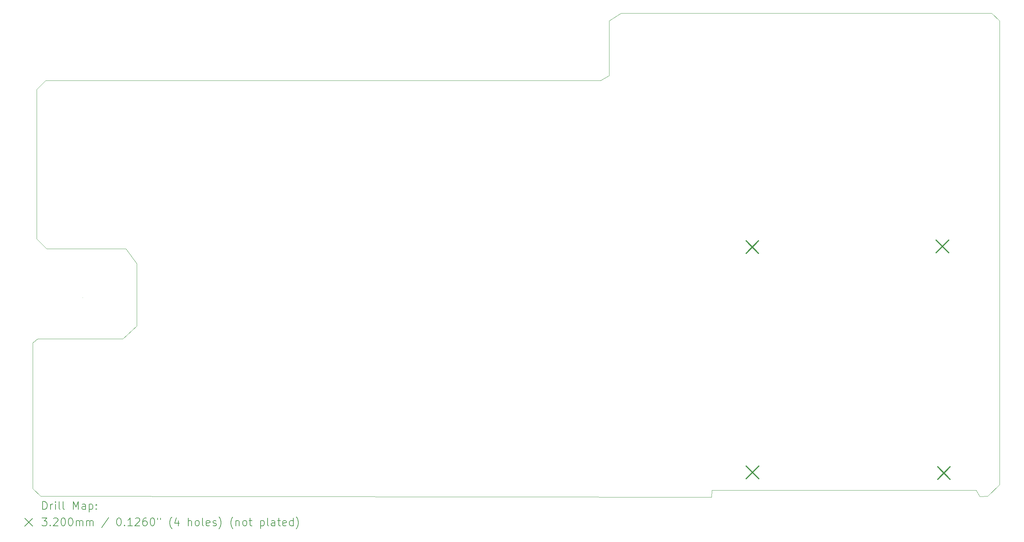
<source format=gbr>
%TF.GenerationSoftware,KiCad,Pcbnew,7.0.6*%
%TF.CreationDate,2023-11-08T16:42:53+01:00*%
%TF.ProjectId,mb.2024.0.2,6d622e32-3032-4342-9e30-2e322e6b6963,rev?*%
%TF.SameCoordinates,Original*%
%TF.FileFunction,Drillmap*%
%TF.FilePolarity,Positive*%
%FSLAX45Y45*%
G04 Gerber Fmt 4.5, Leading zero omitted, Abs format (unit mm)*
G04 Created by KiCad (PCBNEW 7.0.6) date 2023-11-08 16:42:53*
%MOMM*%
%LPD*%
G01*
G04 APERTURE LIST*
%ADD10C,0.100000*%
%ADD11C,0.200000*%
%ADD12C,0.320000*%
G04 APERTURE END LIST*
D10*
X16500000Y-3100000D02*
X16200000Y-3300000D01*
X3733800Y-11455400D02*
X1549400Y-11455400D01*
X16200000Y-3300000D02*
X16200000Y-4699000D01*
X1752600Y-4826000D02*
X1524000Y-5054600D01*
X25698000Y-15502000D02*
X25900000Y-15500000D01*
X1524000Y-8890000D02*
X1778000Y-9144000D01*
X15975000Y-4826000D02*
X1752600Y-4826000D01*
X26000000Y-3100000D02*
X16500000Y-3100000D01*
X2700000Y-10400000D02*
X2700000Y-10400000D01*
X26200000Y-15200000D02*
X26200000Y-3300000D01*
X3810000Y-9144000D02*
X4089400Y-9525000D01*
X1778000Y-9144000D02*
X3810000Y-9144000D01*
X1549400Y-11455400D02*
X1424000Y-11557000D01*
X16200000Y-4699000D02*
X15975000Y-4826000D01*
X1424000Y-15300000D02*
X1624000Y-15500000D01*
X1424000Y-11557000D02*
X1424000Y-15300000D01*
X25900000Y-15500000D02*
X26200000Y-15200000D01*
X4089400Y-11125200D02*
X4089400Y-9525000D01*
X18827000Y-15340000D02*
X18821400Y-15519400D01*
X1524000Y-5054600D02*
X1524000Y-8890000D01*
X25603200Y-15341600D02*
X25698000Y-15502000D01*
X4089400Y-11125200D02*
X3733800Y-11455400D01*
X1624000Y-15500000D02*
X18821400Y-15519400D01*
X18827000Y-15340000D02*
X25603200Y-15341600D01*
X26000000Y-3100000D02*
X26200000Y-3300000D01*
D11*
D12*
X19707000Y-8943000D02*
X20027000Y-9263000D01*
X20027000Y-8943000D02*
X19707000Y-9263000D01*
X19714000Y-14729000D02*
X20034000Y-15049000D01*
X20034000Y-14729000D02*
X19714000Y-15049000D01*
X24582000Y-8930000D02*
X24902000Y-9250000D01*
X24902000Y-8930000D02*
X24582000Y-9250000D01*
X24618000Y-14746000D02*
X24938000Y-15066000D01*
X24938000Y-14746000D02*
X24618000Y-15066000D01*
D11*
X1679777Y-15835884D02*
X1679777Y-15635884D01*
X1679777Y-15635884D02*
X1727396Y-15635884D01*
X1727396Y-15635884D02*
X1755967Y-15645408D01*
X1755967Y-15645408D02*
X1775015Y-15664455D01*
X1775015Y-15664455D02*
X1784539Y-15683503D01*
X1784539Y-15683503D02*
X1794062Y-15721598D01*
X1794062Y-15721598D02*
X1794062Y-15750169D01*
X1794062Y-15750169D02*
X1784539Y-15788265D01*
X1784539Y-15788265D02*
X1775015Y-15807312D01*
X1775015Y-15807312D02*
X1755967Y-15826360D01*
X1755967Y-15826360D02*
X1727396Y-15835884D01*
X1727396Y-15835884D02*
X1679777Y-15835884D01*
X1879777Y-15835884D02*
X1879777Y-15702550D01*
X1879777Y-15740646D02*
X1889301Y-15721598D01*
X1889301Y-15721598D02*
X1898824Y-15712074D01*
X1898824Y-15712074D02*
X1917872Y-15702550D01*
X1917872Y-15702550D02*
X1936920Y-15702550D01*
X2003586Y-15835884D02*
X2003586Y-15702550D01*
X2003586Y-15635884D02*
X1994062Y-15645408D01*
X1994062Y-15645408D02*
X2003586Y-15654931D01*
X2003586Y-15654931D02*
X2013110Y-15645408D01*
X2013110Y-15645408D02*
X2003586Y-15635884D01*
X2003586Y-15635884D02*
X2003586Y-15654931D01*
X2127396Y-15835884D02*
X2108348Y-15826360D01*
X2108348Y-15826360D02*
X2098824Y-15807312D01*
X2098824Y-15807312D02*
X2098824Y-15635884D01*
X2232158Y-15835884D02*
X2213110Y-15826360D01*
X2213110Y-15826360D02*
X2203586Y-15807312D01*
X2203586Y-15807312D02*
X2203586Y-15635884D01*
X2460729Y-15835884D02*
X2460729Y-15635884D01*
X2460729Y-15635884D02*
X2527396Y-15778741D01*
X2527396Y-15778741D02*
X2594063Y-15635884D01*
X2594063Y-15635884D02*
X2594063Y-15835884D01*
X2775015Y-15835884D02*
X2775015Y-15731122D01*
X2775015Y-15731122D02*
X2765491Y-15712074D01*
X2765491Y-15712074D02*
X2746444Y-15702550D01*
X2746444Y-15702550D02*
X2708348Y-15702550D01*
X2708348Y-15702550D02*
X2689301Y-15712074D01*
X2775015Y-15826360D02*
X2755967Y-15835884D01*
X2755967Y-15835884D02*
X2708348Y-15835884D01*
X2708348Y-15835884D02*
X2689301Y-15826360D01*
X2689301Y-15826360D02*
X2679777Y-15807312D01*
X2679777Y-15807312D02*
X2679777Y-15788265D01*
X2679777Y-15788265D02*
X2689301Y-15769217D01*
X2689301Y-15769217D02*
X2708348Y-15759693D01*
X2708348Y-15759693D02*
X2755967Y-15759693D01*
X2755967Y-15759693D02*
X2775015Y-15750169D01*
X2870253Y-15702550D02*
X2870253Y-15902550D01*
X2870253Y-15712074D02*
X2889301Y-15702550D01*
X2889301Y-15702550D02*
X2927396Y-15702550D01*
X2927396Y-15702550D02*
X2946443Y-15712074D01*
X2946443Y-15712074D02*
X2955967Y-15721598D01*
X2955967Y-15721598D02*
X2965491Y-15740646D01*
X2965491Y-15740646D02*
X2965491Y-15797788D01*
X2965491Y-15797788D02*
X2955967Y-15816836D01*
X2955967Y-15816836D02*
X2946443Y-15826360D01*
X2946443Y-15826360D02*
X2927396Y-15835884D01*
X2927396Y-15835884D02*
X2889301Y-15835884D01*
X2889301Y-15835884D02*
X2870253Y-15826360D01*
X3051205Y-15816836D02*
X3060729Y-15826360D01*
X3060729Y-15826360D02*
X3051205Y-15835884D01*
X3051205Y-15835884D02*
X3041682Y-15826360D01*
X3041682Y-15826360D02*
X3051205Y-15816836D01*
X3051205Y-15816836D02*
X3051205Y-15835884D01*
X3051205Y-15712074D02*
X3060729Y-15721598D01*
X3060729Y-15721598D02*
X3051205Y-15731122D01*
X3051205Y-15731122D02*
X3041682Y-15721598D01*
X3041682Y-15721598D02*
X3051205Y-15712074D01*
X3051205Y-15712074D02*
X3051205Y-15731122D01*
X1219000Y-16064400D02*
X1419000Y-16264400D01*
X1419000Y-16064400D02*
X1219000Y-16264400D01*
X1660729Y-16055884D02*
X1784539Y-16055884D01*
X1784539Y-16055884D02*
X1717872Y-16132074D01*
X1717872Y-16132074D02*
X1746443Y-16132074D01*
X1746443Y-16132074D02*
X1765491Y-16141598D01*
X1765491Y-16141598D02*
X1775015Y-16151122D01*
X1775015Y-16151122D02*
X1784539Y-16170169D01*
X1784539Y-16170169D02*
X1784539Y-16217788D01*
X1784539Y-16217788D02*
X1775015Y-16236836D01*
X1775015Y-16236836D02*
X1765491Y-16246360D01*
X1765491Y-16246360D02*
X1746443Y-16255884D01*
X1746443Y-16255884D02*
X1689301Y-16255884D01*
X1689301Y-16255884D02*
X1670253Y-16246360D01*
X1670253Y-16246360D02*
X1660729Y-16236836D01*
X1870253Y-16236836D02*
X1879777Y-16246360D01*
X1879777Y-16246360D02*
X1870253Y-16255884D01*
X1870253Y-16255884D02*
X1860729Y-16246360D01*
X1860729Y-16246360D02*
X1870253Y-16236836D01*
X1870253Y-16236836D02*
X1870253Y-16255884D01*
X1955967Y-16074931D02*
X1965491Y-16065408D01*
X1965491Y-16065408D02*
X1984539Y-16055884D01*
X1984539Y-16055884D02*
X2032158Y-16055884D01*
X2032158Y-16055884D02*
X2051205Y-16065408D01*
X2051205Y-16065408D02*
X2060729Y-16074931D01*
X2060729Y-16074931D02*
X2070253Y-16093979D01*
X2070253Y-16093979D02*
X2070253Y-16113027D01*
X2070253Y-16113027D02*
X2060729Y-16141598D01*
X2060729Y-16141598D02*
X1946443Y-16255884D01*
X1946443Y-16255884D02*
X2070253Y-16255884D01*
X2194063Y-16055884D02*
X2213110Y-16055884D01*
X2213110Y-16055884D02*
X2232158Y-16065408D01*
X2232158Y-16065408D02*
X2241682Y-16074931D01*
X2241682Y-16074931D02*
X2251205Y-16093979D01*
X2251205Y-16093979D02*
X2260729Y-16132074D01*
X2260729Y-16132074D02*
X2260729Y-16179693D01*
X2260729Y-16179693D02*
X2251205Y-16217788D01*
X2251205Y-16217788D02*
X2241682Y-16236836D01*
X2241682Y-16236836D02*
X2232158Y-16246360D01*
X2232158Y-16246360D02*
X2213110Y-16255884D01*
X2213110Y-16255884D02*
X2194063Y-16255884D01*
X2194063Y-16255884D02*
X2175015Y-16246360D01*
X2175015Y-16246360D02*
X2165491Y-16236836D01*
X2165491Y-16236836D02*
X2155967Y-16217788D01*
X2155967Y-16217788D02*
X2146444Y-16179693D01*
X2146444Y-16179693D02*
X2146444Y-16132074D01*
X2146444Y-16132074D02*
X2155967Y-16093979D01*
X2155967Y-16093979D02*
X2165491Y-16074931D01*
X2165491Y-16074931D02*
X2175015Y-16065408D01*
X2175015Y-16065408D02*
X2194063Y-16055884D01*
X2384539Y-16055884D02*
X2403586Y-16055884D01*
X2403586Y-16055884D02*
X2422634Y-16065408D01*
X2422634Y-16065408D02*
X2432158Y-16074931D01*
X2432158Y-16074931D02*
X2441682Y-16093979D01*
X2441682Y-16093979D02*
X2451205Y-16132074D01*
X2451205Y-16132074D02*
X2451205Y-16179693D01*
X2451205Y-16179693D02*
X2441682Y-16217788D01*
X2441682Y-16217788D02*
X2432158Y-16236836D01*
X2432158Y-16236836D02*
X2422634Y-16246360D01*
X2422634Y-16246360D02*
X2403586Y-16255884D01*
X2403586Y-16255884D02*
X2384539Y-16255884D01*
X2384539Y-16255884D02*
X2365491Y-16246360D01*
X2365491Y-16246360D02*
X2355967Y-16236836D01*
X2355967Y-16236836D02*
X2346444Y-16217788D01*
X2346444Y-16217788D02*
X2336920Y-16179693D01*
X2336920Y-16179693D02*
X2336920Y-16132074D01*
X2336920Y-16132074D02*
X2346444Y-16093979D01*
X2346444Y-16093979D02*
X2355967Y-16074931D01*
X2355967Y-16074931D02*
X2365491Y-16065408D01*
X2365491Y-16065408D02*
X2384539Y-16055884D01*
X2536920Y-16255884D02*
X2536920Y-16122550D01*
X2536920Y-16141598D02*
X2546444Y-16132074D01*
X2546444Y-16132074D02*
X2565491Y-16122550D01*
X2565491Y-16122550D02*
X2594063Y-16122550D01*
X2594063Y-16122550D02*
X2613110Y-16132074D01*
X2613110Y-16132074D02*
X2622634Y-16151122D01*
X2622634Y-16151122D02*
X2622634Y-16255884D01*
X2622634Y-16151122D02*
X2632158Y-16132074D01*
X2632158Y-16132074D02*
X2651205Y-16122550D01*
X2651205Y-16122550D02*
X2679777Y-16122550D01*
X2679777Y-16122550D02*
X2698825Y-16132074D01*
X2698825Y-16132074D02*
X2708348Y-16151122D01*
X2708348Y-16151122D02*
X2708348Y-16255884D01*
X2803586Y-16255884D02*
X2803586Y-16122550D01*
X2803586Y-16141598D02*
X2813110Y-16132074D01*
X2813110Y-16132074D02*
X2832158Y-16122550D01*
X2832158Y-16122550D02*
X2860729Y-16122550D01*
X2860729Y-16122550D02*
X2879777Y-16132074D01*
X2879777Y-16132074D02*
X2889301Y-16151122D01*
X2889301Y-16151122D02*
X2889301Y-16255884D01*
X2889301Y-16151122D02*
X2898824Y-16132074D01*
X2898824Y-16132074D02*
X2917872Y-16122550D01*
X2917872Y-16122550D02*
X2946443Y-16122550D01*
X2946443Y-16122550D02*
X2965491Y-16132074D01*
X2965491Y-16132074D02*
X2975015Y-16151122D01*
X2975015Y-16151122D02*
X2975015Y-16255884D01*
X3365491Y-16046360D02*
X3194063Y-16303503D01*
X3622634Y-16055884D02*
X3641682Y-16055884D01*
X3641682Y-16055884D02*
X3660729Y-16065408D01*
X3660729Y-16065408D02*
X3670253Y-16074931D01*
X3670253Y-16074931D02*
X3679777Y-16093979D01*
X3679777Y-16093979D02*
X3689301Y-16132074D01*
X3689301Y-16132074D02*
X3689301Y-16179693D01*
X3689301Y-16179693D02*
X3679777Y-16217788D01*
X3679777Y-16217788D02*
X3670253Y-16236836D01*
X3670253Y-16236836D02*
X3660729Y-16246360D01*
X3660729Y-16246360D02*
X3641682Y-16255884D01*
X3641682Y-16255884D02*
X3622634Y-16255884D01*
X3622634Y-16255884D02*
X3603586Y-16246360D01*
X3603586Y-16246360D02*
X3594063Y-16236836D01*
X3594063Y-16236836D02*
X3584539Y-16217788D01*
X3584539Y-16217788D02*
X3575015Y-16179693D01*
X3575015Y-16179693D02*
X3575015Y-16132074D01*
X3575015Y-16132074D02*
X3584539Y-16093979D01*
X3584539Y-16093979D02*
X3594063Y-16074931D01*
X3594063Y-16074931D02*
X3603586Y-16065408D01*
X3603586Y-16065408D02*
X3622634Y-16055884D01*
X3775015Y-16236836D02*
X3784539Y-16246360D01*
X3784539Y-16246360D02*
X3775015Y-16255884D01*
X3775015Y-16255884D02*
X3765491Y-16246360D01*
X3765491Y-16246360D02*
X3775015Y-16236836D01*
X3775015Y-16236836D02*
X3775015Y-16255884D01*
X3975015Y-16255884D02*
X3860729Y-16255884D01*
X3917872Y-16255884D02*
X3917872Y-16055884D01*
X3917872Y-16055884D02*
X3898825Y-16084455D01*
X3898825Y-16084455D02*
X3879777Y-16103503D01*
X3879777Y-16103503D02*
X3860729Y-16113027D01*
X4051206Y-16074931D02*
X4060729Y-16065408D01*
X4060729Y-16065408D02*
X4079777Y-16055884D01*
X4079777Y-16055884D02*
X4127396Y-16055884D01*
X4127396Y-16055884D02*
X4146444Y-16065408D01*
X4146444Y-16065408D02*
X4155967Y-16074931D01*
X4155967Y-16074931D02*
X4165491Y-16093979D01*
X4165491Y-16093979D02*
X4165491Y-16113027D01*
X4165491Y-16113027D02*
X4155967Y-16141598D01*
X4155967Y-16141598D02*
X4041682Y-16255884D01*
X4041682Y-16255884D02*
X4165491Y-16255884D01*
X4336920Y-16055884D02*
X4298825Y-16055884D01*
X4298825Y-16055884D02*
X4279777Y-16065408D01*
X4279777Y-16065408D02*
X4270253Y-16074931D01*
X4270253Y-16074931D02*
X4251206Y-16103503D01*
X4251206Y-16103503D02*
X4241682Y-16141598D01*
X4241682Y-16141598D02*
X4241682Y-16217788D01*
X4241682Y-16217788D02*
X4251206Y-16236836D01*
X4251206Y-16236836D02*
X4260729Y-16246360D01*
X4260729Y-16246360D02*
X4279777Y-16255884D01*
X4279777Y-16255884D02*
X4317872Y-16255884D01*
X4317872Y-16255884D02*
X4336920Y-16246360D01*
X4336920Y-16246360D02*
X4346444Y-16236836D01*
X4346444Y-16236836D02*
X4355968Y-16217788D01*
X4355968Y-16217788D02*
X4355968Y-16170169D01*
X4355968Y-16170169D02*
X4346444Y-16151122D01*
X4346444Y-16151122D02*
X4336920Y-16141598D01*
X4336920Y-16141598D02*
X4317872Y-16132074D01*
X4317872Y-16132074D02*
X4279777Y-16132074D01*
X4279777Y-16132074D02*
X4260729Y-16141598D01*
X4260729Y-16141598D02*
X4251206Y-16151122D01*
X4251206Y-16151122D02*
X4241682Y-16170169D01*
X4479777Y-16055884D02*
X4498825Y-16055884D01*
X4498825Y-16055884D02*
X4517872Y-16065408D01*
X4517872Y-16065408D02*
X4527396Y-16074931D01*
X4527396Y-16074931D02*
X4536920Y-16093979D01*
X4536920Y-16093979D02*
X4546444Y-16132074D01*
X4546444Y-16132074D02*
X4546444Y-16179693D01*
X4546444Y-16179693D02*
X4536920Y-16217788D01*
X4536920Y-16217788D02*
X4527396Y-16236836D01*
X4527396Y-16236836D02*
X4517872Y-16246360D01*
X4517872Y-16246360D02*
X4498825Y-16255884D01*
X4498825Y-16255884D02*
X4479777Y-16255884D01*
X4479777Y-16255884D02*
X4460729Y-16246360D01*
X4460729Y-16246360D02*
X4451206Y-16236836D01*
X4451206Y-16236836D02*
X4441682Y-16217788D01*
X4441682Y-16217788D02*
X4432158Y-16179693D01*
X4432158Y-16179693D02*
X4432158Y-16132074D01*
X4432158Y-16132074D02*
X4441682Y-16093979D01*
X4441682Y-16093979D02*
X4451206Y-16074931D01*
X4451206Y-16074931D02*
X4460729Y-16065408D01*
X4460729Y-16065408D02*
X4479777Y-16055884D01*
X4622634Y-16055884D02*
X4622634Y-16093979D01*
X4698825Y-16055884D02*
X4698825Y-16093979D01*
X4994063Y-16332074D02*
X4984539Y-16322550D01*
X4984539Y-16322550D02*
X4965491Y-16293979D01*
X4965491Y-16293979D02*
X4955968Y-16274931D01*
X4955968Y-16274931D02*
X4946444Y-16246360D01*
X4946444Y-16246360D02*
X4936920Y-16198741D01*
X4936920Y-16198741D02*
X4936920Y-16160646D01*
X4936920Y-16160646D02*
X4946444Y-16113027D01*
X4946444Y-16113027D02*
X4955968Y-16084455D01*
X4955968Y-16084455D02*
X4965491Y-16065408D01*
X4965491Y-16065408D02*
X4984539Y-16036836D01*
X4984539Y-16036836D02*
X4994063Y-16027312D01*
X5155968Y-16122550D02*
X5155968Y-16255884D01*
X5108349Y-16046360D02*
X5060730Y-16189217D01*
X5060730Y-16189217D02*
X5184539Y-16189217D01*
X5413111Y-16255884D02*
X5413111Y-16055884D01*
X5498825Y-16255884D02*
X5498825Y-16151122D01*
X5498825Y-16151122D02*
X5489301Y-16132074D01*
X5489301Y-16132074D02*
X5470253Y-16122550D01*
X5470253Y-16122550D02*
X5441682Y-16122550D01*
X5441682Y-16122550D02*
X5422634Y-16132074D01*
X5422634Y-16132074D02*
X5413111Y-16141598D01*
X5622634Y-16255884D02*
X5603587Y-16246360D01*
X5603587Y-16246360D02*
X5594063Y-16236836D01*
X5594063Y-16236836D02*
X5584539Y-16217788D01*
X5584539Y-16217788D02*
X5584539Y-16160646D01*
X5584539Y-16160646D02*
X5594063Y-16141598D01*
X5594063Y-16141598D02*
X5603587Y-16132074D01*
X5603587Y-16132074D02*
X5622634Y-16122550D01*
X5622634Y-16122550D02*
X5651206Y-16122550D01*
X5651206Y-16122550D02*
X5670253Y-16132074D01*
X5670253Y-16132074D02*
X5679777Y-16141598D01*
X5679777Y-16141598D02*
X5689301Y-16160646D01*
X5689301Y-16160646D02*
X5689301Y-16217788D01*
X5689301Y-16217788D02*
X5679777Y-16236836D01*
X5679777Y-16236836D02*
X5670253Y-16246360D01*
X5670253Y-16246360D02*
X5651206Y-16255884D01*
X5651206Y-16255884D02*
X5622634Y-16255884D01*
X5803587Y-16255884D02*
X5784539Y-16246360D01*
X5784539Y-16246360D02*
X5775015Y-16227312D01*
X5775015Y-16227312D02*
X5775015Y-16055884D01*
X5955968Y-16246360D02*
X5936920Y-16255884D01*
X5936920Y-16255884D02*
X5898825Y-16255884D01*
X5898825Y-16255884D02*
X5879777Y-16246360D01*
X5879777Y-16246360D02*
X5870253Y-16227312D01*
X5870253Y-16227312D02*
X5870253Y-16151122D01*
X5870253Y-16151122D02*
X5879777Y-16132074D01*
X5879777Y-16132074D02*
X5898825Y-16122550D01*
X5898825Y-16122550D02*
X5936920Y-16122550D01*
X5936920Y-16122550D02*
X5955968Y-16132074D01*
X5955968Y-16132074D02*
X5965491Y-16151122D01*
X5965491Y-16151122D02*
X5965491Y-16170169D01*
X5965491Y-16170169D02*
X5870253Y-16189217D01*
X6041682Y-16246360D02*
X6060730Y-16255884D01*
X6060730Y-16255884D02*
X6098825Y-16255884D01*
X6098825Y-16255884D02*
X6117872Y-16246360D01*
X6117872Y-16246360D02*
X6127396Y-16227312D01*
X6127396Y-16227312D02*
X6127396Y-16217788D01*
X6127396Y-16217788D02*
X6117872Y-16198741D01*
X6117872Y-16198741D02*
X6098825Y-16189217D01*
X6098825Y-16189217D02*
X6070253Y-16189217D01*
X6070253Y-16189217D02*
X6051206Y-16179693D01*
X6051206Y-16179693D02*
X6041682Y-16160646D01*
X6041682Y-16160646D02*
X6041682Y-16151122D01*
X6041682Y-16151122D02*
X6051206Y-16132074D01*
X6051206Y-16132074D02*
X6070253Y-16122550D01*
X6070253Y-16122550D02*
X6098825Y-16122550D01*
X6098825Y-16122550D02*
X6117872Y-16132074D01*
X6194063Y-16332074D02*
X6203587Y-16322550D01*
X6203587Y-16322550D02*
X6222634Y-16293979D01*
X6222634Y-16293979D02*
X6232158Y-16274931D01*
X6232158Y-16274931D02*
X6241682Y-16246360D01*
X6241682Y-16246360D02*
X6251206Y-16198741D01*
X6251206Y-16198741D02*
X6251206Y-16160646D01*
X6251206Y-16160646D02*
X6241682Y-16113027D01*
X6241682Y-16113027D02*
X6232158Y-16084455D01*
X6232158Y-16084455D02*
X6222634Y-16065408D01*
X6222634Y-16065408D02*
X6203587Y-16036836D01*
X6203587Y-16036836D02*
X6194063Y-16027312D01*
X6555968Y-16332074D02*
X6546444Y-16322550D01*
X6546444Y-16322550D02*
X6527396Y-16293979D01*
X6527396Y-16293979D02*
X6517872Y-16274931D01*
X6517872Y-16274931D02*
X6508349Y-16246360D01*
X6508349Y-16246360D02*
X6498825Y-16198741D01*
X6498825Y-16198741D02*
X6498825Y-16160646D01*
X6498825Y-16160646D02*
X6508349Y-16113027D01*
X6508349Y-16113027D02*
X6517872Y-16084455D01*
X6517872Y-16084455D02*
X6527396Y-16065408D01*
X6527396Y-16065408D02*
X6546444Y-16036836D01*
X6546444Y-16036836D02*
X6555968Y-16027312D01*
X6632158Y-16122550D02*
X6632158Y-16255884D01*
X6632158Y-16141598D02*
X6641682Y-16132074D01*
X6641682Y-16132074D02*
X6660730Y-16122550D01*
X6660730Y-16122550D02*
X6689301Y-16122550D01*
X6689301Y-16122550D02*
X6708349Y-16132074D01*
X6708349Y-16132074D02*
X6717872Y-16151122D01*
X6717872Y-16151122D02*
X6717872Y-16255884D01*
X6841682Y-16255884D02*
X6822634Y-16246360D01*
X6822634Y-16246360D02*
X6813111Y-16236836D01*
X6813111Y-16236836D02*
X6803587Y-16217788D01*
X6803587Y-16217788D02*
X6803587Y-16160646D01*
X6803587Y-16160646D02*
X6813111Y-16141598D01*
X6813111Y-16141598D02*
X6822634Y-16132074D01*
X6822634Y-16132074D02*
X6841682Y-16122550D01*
X6841682Y-16122550D02*
X6870253Y-16122550D01*
X6870253Y-16122550D02*
X6889301Y-16132074D01*
X6889301Y-16132074D02*
X6898825Y-16141598D01*
X6898825Y-16141598D02*
X6908349Y-16160646D01*
X6908349Y-16160646D02*
X6908349Y-16217788D01*
X6908349Y-16217788D02*
X6898825Y-16236836D01*
X6898825Y-16236836D02*
X6889301Y-16246360D01*
X6889301Y-16246360D02*
X6870253Y-16255884D01*
X6870253Y-16255884D02*
X6841682Y-16255884D01*
X6965492Y-16122550D02*
X7041682Y-16122550D01*
X6994063Y-16055884D02*
X6994063Y-16227312D01*
X6994063Y-16227312D02*
X7003587Y-16246360D01*
X7003587Y-16246360D02*
X7022634Y-16255884D01*
X7022634Y-16255884D02*
X7041682Y-16255884D01*
X7260730Y-16122550D02*
X7260730Y-16322550D01*
X7260730Y-16132074D02*
X7279777Y-16122550D01*
X7279777Y-16122550D02*
X7317873Y-16122550D01*
X7317873Y-16122550D02*
X7336920Y-16132074D01*
X7336920Y-16132074D02*
X7346444Y-16141598D01*
X7346444Y-16141598D02*
X7355968Y-16160646D01*
X7355968Y-16160646D02*
X7355968Y-16217788D01*
X7355968Y-16217788D02*
X7346444Y-16236836D01*
X7346444Y-16236836D02*
X7336920Y-16246360D01*
X7336920Y-16246360D02*
X7317873Y-16255884D01*
X7317873Y-16255884D02*
X7279777Y-16255884D01*
X7279777Y-16255884D02*
X7260730Y-16246360D01*
X7470253Y-16255884D02*
X7451206Y-16246360D01*
X7451206Y-16246360D02*
X7441682Y-16227312D01*
X7441682Y-16227312D02*
X7441682Y-16055884D01*
X7632158Y-16255884D02*
X7632158Y-16151122D01*
X7632158Y-16151122D02*
X7622634Y-16132074D01*
X7622634Y-16132074D02*
X7603587Y-16122550D01*
X7603587Y-16122550D02*
X7565492Y-16122550D01*
X7565492Y-16122550D02*
X7546444Y-16132074D01*
X7632158Y-16246360D02*
X7613111Y-16255884D01*
X7613111Y-16255884D02*
X7565492Y-16255884D01*
X7565492Y-16255884D02*
X7546444Y-16246360D01*
X7546444Y-16246360D02*
X7536920Y-16227312D01*
X7536920Y-16227312D02*
X7536920Y-16208265D01*
X7536920Y-16208265D02*
X7546444Y-16189217D01*
X7546444Y-16189217D02*
X7565492Y-16179693D01*
X7565492Y-16179693D02*
X7613111Y-16179693D01*
X7613111Y-16179693D02*
X7632158Y-16170169D01*
X7698825Y-16122550D02*
X7775015Y-16122550D01*
X7727396Y-16055884D02*
X7727396Y-16227312D01*
X7727396Y-16227312D02*
X7736920Y-16246360D01*
X7736920Y-16246360D02*
X7755968Y-16255884D01*
X7755968Y-16255884D02*
X7775015Y-16255884D01*
X7917873Y-16246360D02*
X7898825Y-16255884D01*
X7898825Y-16255884D02*
X7860730Y-16255884D01*
X7860730Y-16255884D02*
X7841682Y-16246360D01*
X7841682Y-16246360D02*
X7832158Y-16227312D01*
X7832158Y-16227312D02*
X7832158Y-16151122D01*
X7832158Y-16151122D02*
X7841682Y-16132074D01*
X7841682Y-16132074D02*
X7860730Y-16122550D01*
X7860730Y-16122550D02*
X7898825Y-16122550D01*
X7898825Y-16122550D02*
X7917873Y-16132074D01*
X7917873Y-16132074D02*
X7927396Y-16151122D01*
X7927396Y-16151122D02*
X7927396Y-16170169D01*
X7927396Y-16170169D02*
X7832158Y-16189217D01*
X8098825Y-16255884D02*
X8098825Y-16055884D01*
X8098825Y-16246360D02*
X8079777Y-16255884D01*
X8079777Y-16255884D02*
X8041682Y-16255884D01*
X8041682Y-16255884D02*
X8022634Y-16246360D01*
X8022634Y-16246360D02*
X8013111Y-16236836D01*
X8013111Y-16236836D02*
X8003587Y-16217788D01*
X8003587Y-16217788D02*
X8003587Y-16160646D01*
X8003587Y-16160646D02*
X8013111Y-16141598D01*
X8013111Y-16141598D02*
X8022634Y-16132074D01*
X8022634Y-16132074D02*
X8041682Y-16122550D01*
X8041682Y-16122550D02*
X8079777Y-16122550D01*
X8079777Y-16122550D02*
X8098825Y-16132074D01*
X8175015Y-16332074D02*
X8184539Y-16322550D01*
X8184539Y-16322550D02*
X8203587Y-16293979D01*
X8203587Y-16293979D02*
X8213111Y-16274931D01*
X8213111Y-16274931D02*
X8222634Y-16246360D01*
X8222634Y-16246360D02*
X8232158Y-16198741D01*
X8232158Y-16198741D02*
X8232158Y-16160646D01*
X8232158Y-16160646D02*
X8222634Y-16113027D01*
X8222634Y-16113027D02*
X8213111Y-16084455D01*
X8213111Y-16084455D02*
X8203587Y-16065408D01*
X8203587Y-16065408D02*
X8184539Y-16036836D01*
X8184539Y-16036836D02*
X8175015Y-16027312D01*
M02*

</source>
